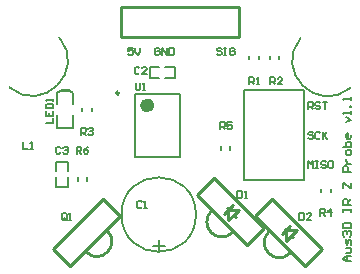
<source format=gto>
G04 Layer_Color=65535*
%FSLAX43Y43*%
%MOMM*%
G71*
G01*
G75*
%ADD16C,0.250*%
%ADD25C,0.254*%
%ADD26C,0.150*%
%ADD27C,0.600*%
%ADD28C,0.200*%
%ADD29C,0.127*%
D16*
X9850Y14755D02*
G03*
X9850Y14755I-125J0D01*
G01*
D25*
X17646Y4738D02*
G03*
X19442Y2942I898J-898D01*
G01*
X22521Y2988D02*
G03*
X24317Y1192I898J-898D01*
G01*
X7068Y1294D02*
G03*
X8864Y3090I898J898D01*
G01*
X18752Y4530D02*
X19470Y5248D01*
X19560Y4440D02*
X20009Y4889D01*
X19111Y3991D02*
Y4889D01*
X20009D01*
X19111Y3991D02*
X19560Y4440D01*
X17915Y7522D02*
X22136Y3301D01*
X20699Y1864D02*
X22136Y3301D01*
X16478Y6085D02*
X20699Y1864D01*
X16478Y6085D02*
X17915Y7522D01*
X19013Y4987D02*
X19101Y4899D01*
X19560Y4440D02*
X19720Y4280D01*
X23627Y2780D02*
X24345Y3498D01*
X24435Y2690D02*
X24884Y3139D01*
X23986Y2241D02*
Y3139D01*
X24884D01*
X23986Y2241D02*
X24435Y2690D01*
X22790Y5772D02*
X27011Y1551D01*
X25574Y114D02*
X27011Y1551D01*
X21353Y4335D02*
X25574Y114D01*
X21353Y4335D02*
X22790Y5772D01*
X23888Y3237D02*
X23976Y3149D01*
X24435Y2690D02*
X24595Y2530D01*
X20000Y19500D02*
Y22000D01*
X10000D02*
X20000D01*
X10000Y19500D02*
Y22000D01*
Y19500D02*
X20000D01*
X4284Y1563D02*
X8505Y5784D01*
X9942Y4347D01*
X5721Y126D02*
X9942Y4347D01*
X4284Y1563D02*
X5721Y126D01*
D26*
X25229Y19428D02*
G03*
X29455Y15202I2298J-1928D01*
G01*
X572Y15229D02*
G03*
X4798Y19455I1928J2298D01*
G01*
X19875Y6475D02*
Y5875D01*
X20175D01*
X20275Y5975D01*
Y6375D01*
X20175Y6475D01*
X19875D01*
X20475Y5875D02*
X20675D01*
X20575D01*
Y6475D01*
X20475Y6375D01*
X25125Y4600D02*
Y4000D01*
X25425D01*
X25525Y4100D01*
Y4500D01*
X25425Y4600D01*
X25125D01*
X26125Y4000D02*
X25725D01*
X26125Y4400D01*
Y4500D01*
X26025Y4600D01*
X25825D01*
X25725Y4500D01*
X1750Y10600D02*
Y10000D01*
X2150D01*
X2350D02*
X2550D01*
X2450D01*
Y10600D01*
X2350Y10500D01*
X11250Y15600D02*
Y15100D01*
X11350Y15000D01*
X11550D01*
X11650Y15100D01*
Y15600D01*
X11850Y15000D02*
X12050D01*
X11950D01*
Y15600D01*
X11850Y15500D01*
X6250Y9625D02*
Y10225D01*
X6550D01*
X6650Y10125D01*
Y9925D01*
X6550Y9825D01*
X6250D01*
X6450D02*
X6650Y9625D01*
X7250Y10225D02*
X7050Y10125D01*
X6850Y9925D01*
Y9725D01*
X6950Y9625D01*
X7150D01*
X7250Y9725D01*
Y9825D01*
X7150Y9925D01*
X6850D01*
X18415Y11684D02*
Y12284D01*
X18715D01*
X18815Y12184D01*
Y11984D01*
X18715Y11884D01*
X18415D01*
X18615D02*
X18815Y11684D01*
X19415Y12284D02*
X19015D01*
Y11984D01*
X19215Y12084D01*
X19315D01*
X19415Y11984D01*
Y11784D01*
X19315Y11684D01*
X19115D01*
X19015Y11784D01*
X26875Y4375D02*
Y4975D01*
X27175D01*
X27275Y4875D01*
Y4675D01*
X27175Y4575D01*
X26875D01*
X27075D02*
X27275Y4375D01*
X27775D02*
Y4975D01*
X27475Y4675D01*
X27875D01*
X6625Y11205D02*
Y11804D01*
X6925D01*
X7025Y11704D01*
Y11505D01*
X6925Y11405D01*
X6625D01*
X6825D02*
X7025Y11205D01*
X7225Y11704D02*
X7325Y11804D01*
X7525D01*
X7625Y11704D01*
Y11604D01*
X7525Y11505D01*
X7425D01*
X7525D01*
X7625Y11405D01*
Y11305D01*
X7525Y11205D01*
X7325D01*
X7225Y11305D01*
X3650Y12250D02*
X4250D01*
Y12650D01*
X3650Y13250D02*
Y12850D01*
X4250D01*
Y13250D01*
X3950Y12850D02*
Y13050D01*
X3650Y13450D02*
X4250D01*
Y13750D01*
X4150Y13849D01*
X3750D01*
X3650Y13750D01*
Y13450D01*
X4250Y14049D02*
Y14249D01*
Y14149D01*
X3650D01*
X3750Y14049D01*
X4900Y10125D02*
X4800Y10225D01*
X4600D01*
X4500Y10125D01*
Y9725D01*
X4600Y9625D01*
X4800D01*
X4900Y9725D01*
X5100Y10125D02*
X5200Y10225D01*
X5400D01*
X5500Y10125D01*
Y10025D01*
X5400Y9925D01*
X5300D01*
X5400D01*
X5500Y9825D01*
Y9725D01*
X5400Y9625D01*
X5200D01*
X5100Y9725D01*
X11576Y16883D02*
X11476Y16983D01*
X11276D01*
X11176Y16883D01*
Y16483D01*
X11276Y16383D01*
X11476D01*
X11576Y16483D01*
X12176Y16383D02*
X11776D01*
X12176Y16783D01*
Y16883D01*
X12076Y16983D01*
X11876D01*
X11776Y16883D01*
X5400Y4100D02*
Y4500D01*
X5300Y4600D01*
X5100D01*
X5000Y4500D01*
Y4100D01*
X5100Y4000D01*
X5300D01*
X5200Y4200D02*
X5400Y4000D01*
X5300D02*
X5400Y4100D01*
X5600Y4000D02*
X5800D01*
X5700D01*
Y4600D01*
X5600Y4500D01*
X20891Y15482D02*
Y16082D01*
X21191D01*
X21291Y15982D01*
Y15782D01*
X21191Y15682D01*
X20891D01*
X21091D02*
X21291Y15482D01*
X21491D02*
X21691D01*
X21591D01*
Y16082D01*
X21491Y15982D01*
X22669Y15482D02*
Y16082D01*
X22969D01*
X23069Y15982D01*
Y15782D01*
X22969Y15682D01*
X22669D01*
X22869D02*
X23069Y15482D01*
X23669D02*
X23269D01*
X23669Y15882D01*
Y15982D01*
X23569Y16082D01*
X23369D01*
X23269Y15982D01*
X11775Y5500D02*
X11675Y5600D01*
X11475D01*
X11375Y5500D01*
Y5100D01*
X11475Y5000D01*
X11675D01*
X11775Y5100D01*
X11975Y5000D02*
X12175D01*
X12075D01*
Y5600D01*
X11975Y5500D01*
X25875Y13375D02*
Y13975D01*
X26175D01*
X26275Y13875D01*
Y13675D01*
X26175Y13575D01*
X25875D01*
X26075D02*
X26275Y13375D01*
X26875Y13875D02*
X26775Y13975D01*
X26575D01*
X26475Y13875D01*
Y13775D01*
X26575Y13675D01*
X26775D01*
X26875Y13575D01*
Y13475D01*
X26775Y13375D01*
X26575D01*
X26475Y13475D01*
X27075Y13975D02*
X27474D01*
X27275D01*
Y13375D01*
X26275Y11375D02*
X26175Y11475D01*
X25975D01*
X25875Y11375D01*
Y11275D01*
X25975Y11175D01*
X26175D01*
X26275Y11075D01*
Y10975D01*
X26175Y10875D01*
X25975D01*
X25875Y10975D01*
X26875Y11375D02*
X26775Y11475D01*
X26575D01*
X26475Y11375D01*
Y10975D01*
X26575Y10875D01*
X26775D01*
X26875Y10975D01*
X27075Y11475D02*
Y10875D01*
Y11075D01*
X27474Y11475D01*
X27175Y11175D01*
X27474Y10875D01*
X25875Y8375D02*
Y8975D01*
X26075Y8775D01*
X26275Y8975D01*
Y8375D01*
X26475Y8975D02*
X26675D01*
X26575D01*
Y8375D01*
X26475D01*
X26675D01*
X27375Y8875D02*
X27275Y8975D01*
X27075D01*
X26975Y8875D01*
Y8775D01*
X27075Y8675D01*
X27275D01*
X27375Y8575D01*
Y8475D01*
X27275Y8375D01*
X27075D01*
X26975Y8475D01*
X27874Y8975D02*
X27674D01*
X27574Y8875D01*
Y8475D01*
X27674Y8375D01*
X27874D01*
X27974Y8475D01*
Y8875D01*
X27874Y8975D01*
X11025Y18600D02*
X10625D01*
Y18300D01*
X10825Y18400D01*
X10925D01*
X11025Y18300D01*
Y18100D01*
X10925Y18000D01*
X10725D01*
X10625Y18100D01*
X11225Y18600D02*
Y18200D01*
X11425Y18000D01*
X11625Y18200D01*
Y18600D01*
X13275Y18500D02*
X13175Y18600D01*
X12975D01*
X12875Y18500D01*
Y18100D01*
X12975Y18000D01*
X13175D01*
X13275Y18100D01*
Y18300D01*
X13075D01*
X13475Y18000D02*
Y18600D01*
X13875Y18000D01*
Y18600D01*
X14075D02*
Y18000D01*
X14375D01*
X14474Y18100D01*
Y18500D01*
X14375Y18600D01*
X14075D01*
X18525Y18500D02*
X18425Y18600D01*
X18225D01*
X18125Y18500D01*
Y18400D01*
X18225Y18300D01*
X18425D01*
X18525Y18200D01*
Y18100D01*
X18425Y18000D01*
X18225D01*
X18125Y18100D01*
X18725Y18600D02*
X18925D01*
X18825D01*
Y18000D01*
X18725D01*
X18925D01*
X19625Y18500D02*
X19525Y18600D01*
X19325D01*
X19225Y18500D01*
Y18100D01*
X19325Y18000D01*
X19525D01*
X19625Y18100D01*
Y18300D01*
X19425D01*
X29500Y500D02*
X29033D01*
X28800Y733D01*
X29033Y967D01*
X29500D01*
X29150D01*
Y500D01*
X29033Y1200D02*
X29383D01*
X29500Y1316D01*
Y1666D01*
X29033D01*
X29500Y1900D02*
Y2249D01*
X29383Y2366D01*
X29267Y2249D01*
Y2016D01*
X29150Y1900D01*
X29033Y2016D01*
Y2366D01*
X28917Y2599D02*
X28800Y2716D01*
Y2949D01*
X28917Y3066D01*
X29033D01*
X29150Y2949D01*
Y2833D01*
Y2949D01*
X29267Y3066D01*
X29383D01*
X29500Y2949D01*
Y2716D01*
X29383Y2599D01*
X28800Y3299D02*
X29500D01*
Y3649D01*
X29383Y3766D01*
X28917D01*
X28800Y3649D01*
Y3299D01*
Y4699D02*
Y4932D01*
Y4815D01*
X29500D01*
Y4699D01*
Y4932D01*
Y5282D02*
X28800D01*
Y5632D01*
X28917Y5748D01*
X29150D01*
X29267Y5632D01*
Y5282D01*
Y5515D02*
X29500Y5748D01*
X28800Y6681D02*
Y7148D01*
X28917D01*
X29383Y6681D01*
X29500D01*
Y7148D01*
Y8081D02*
X28800D01*
Y8431D01*
X28917Y8547D01*
X29150D01*
X29267Y8431D01*
Y8081D01*
X29033Y8781D02*
X29500D01*
X29267D01*
X29150Y8897D01*
X29033Y9014D01*
Y9131D01*
X29500Y9597D02*
Y9830D01*
X29383Y9947D01*
X29150D01*
X29033Y9830D01*
Y9597D01*
X29150Y9480D01*
X29383D01*
X29500Y9597D01*
X28800Y10180D02*
X29500D01*
Y10530D01*
X29383Y10647D01*
X29267D01*
X29150D01*
X29033Y10530D01*
Y10180D01*
X29500Y11230D02*
Y10997D01*
X29383Y10880D01*
X29150D01*
X29033Y10997D01*
Y11230D01*
X29150Y11347D01*
X29267D01*
Y10880D01*
X29033Y12280D02*
X29500Y12513D01*
X29033Y12746D01*
X29500Y12979D02*
Y13213D01*
Y13096D01*
X28800D01*
X28917Y12979D01*
X29500Y13562D02*
X29383D01*
Y13679D01*
X29500D01*
Y13562D01*
Y14146D02*
Y14379D01*
Y14262D01*
X28800D01*
X28917Y14146D01*
D27*
X12525Y13700D02*
G03*
X12525Y13700I-300J0D01*
G01*
D28*
X16358Y4465D02*
G03*
X16358Y4465I-3150J0D01*
G01*
X20440Y14975D02*
X25520D01*
X20440Y7355D02*
X25520D01*
X20440D02*
Y14975D01*
X25520Y7355D02*
Y14975D01*
Y10107D02*
Y14975D01*
X11225Y9300D02*
Y14700D01*
X15025Y9300D02*
Y14700D01*
X11225D02*
X15025D01*
X11225Y9300D02*
X15025D01*
X12700Y1803D02*
X13716D01*
X13208Y1295D02*
Y2311D01*
D29*
X7156Y7348D02*
Y7652D01*
X6344Y7348D02*
Y7652D01*
X18469Y9943D02*
Y10247D01*
X19281Y9943D02*
Y10247D01*
X26969Y6348D02*
Y6652D01*
X27781Y6348D02*
Y6652D01*
X6719Y13223D02*
Y13527D01*
X7531Y13223D02*
Y13527D01*
X4900Y15050D02*
X5600D01*
X4575Y11825D02*
Y12925D01*
X5925Y11825D02*
Y12925D01*
X4575Y11825D02*
X5925D01*
X4575Y13825D02*
Y14725D01*
X5925Y13825D02*
Y14725D01*
X5725Y14925D02*
X5925Y14725D01*
X5600Y15050D02*
X5750Y14900D01*
X4725Y14875D02*
X4900Y15050D01*
X4775Y14925D02*
X5725D01*
X4575Y14725D02*
X4775Y14925D01*
X4500Y8925D02*
X5500D01*
Y8125D02*
Y8925D01*
Y6825D02*
Y7625D01*
X4500Y6825D02*
X5500D01*
X4500D02*
Y7625D01*
Y8125D02*
Y8925D01*
X14550Y16000D02*
Y17000D01*
X13750Y16000D02*
X14550D01*
X12450D02*
X13250D01*
X12450D02*
Y17000D01*
X13250D01*
X13750D02*
X14550D01*
X22594Y17598D02*
Y17902D01*
X23406Y17598D02*
Y17902D01*
X20844Y17598D02*
Y17902D01*
X21656Y17598D02*
Y17902D01*
M02*

</source>
